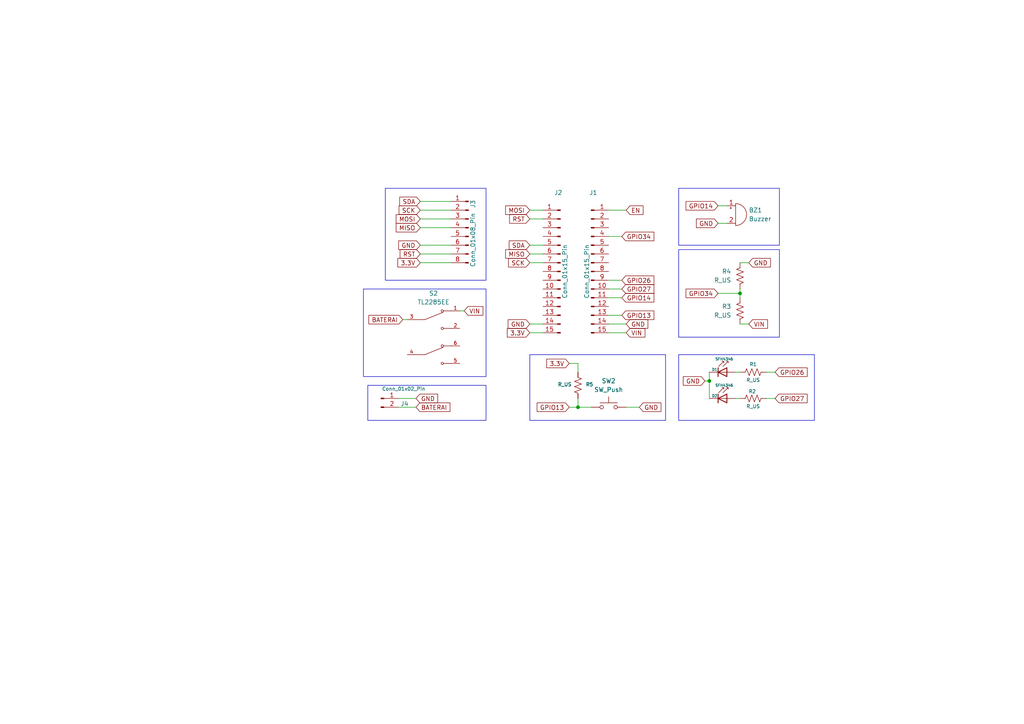
<source format=kicad_sch>
(kicad_sch (version 20231120) (generator "eeschema") (generator_version "8.0")
  (paper "A4")
  (lib_symbols
    (symbol "Connector:Conn_01x02_Pin" (pin_names (offset 1.016) hide)
      (property "Reference" "J" (at 0 2.54 0))
      (property "Value" "Conn_01x02_Pin" (at 0 -5.08 0))
      (symbol "Conn_01x02_Pin_1_1"
        (polyline (pts (xy 1.27 -2.54) (xy 0.8636 -2.54)) (stroke (width 0.1524)))
        (polyline (pts (xy 1.27 0) (xy 0.8636 0)) (stroke (width 0.1524)))
        (rectangle (start 0.8636 -2.413) (end 0 -2.667) (stroke (width 0.1524)) (fill (type outline)))
        (rectangle (start 0.8636 0.127) (end 0 -0.127) (stroke (width 0.1524)) (fill (type outline)))
        (pin passive line (at 5.08 0 180) (length 3.81) (name "Pin_1") (number "1"))
        (pin passive line (at 5.08 -2.54 180) (length 3.81) (name "Pin_2") (number "2"))
      )
    )
    (symbol "Connector:Conn_01x08_Pin" (pin_names (offset 1.016) hide)
      (property "Reference" "J" (at 0 10.16 0))
      (property "Value" "Conn_01x08_Pin" (at 0 -12.7 0))
      (symbol "Conn_01x08_Pin_1_1"
        (polyline (pts (xy 1.27 -10.16) (xy 0.8636 -10.16)) (stroke (width 0.1524)))
        (polyline (pts (xy 1.27 -7.62) (xy 0.8636 -7.62)) (stroke (width 0.1524)))
        (polyline (pts (xy 1.27 -5.08) (xy 0.8636 -5.08)) (stroke (width 0.1524)))
        (polyline (pts (xy 1.27 -2.54) (xy 0.8636 -2.54)) (stroke (width 0.1524)))
        (polyline (pts (xy 1.27 0) (xy 0.8636 0)) (stroke (width 0.1524)))
        (polyline (pts (xy 1.27 2.54) (xy 0.8636 2.54)) (stroke (width 0.1524)))
        (polyline (pts (xy 1.27 5.08) (xy 0.8636 5.08)) (stroke (width 0.1524)))
        (polyline (pts (xy 1.27 7.62) (xy 0.8636 7.62)) (stroke (width 0.1524)))
        (rectangle (start 0.8636 -10.033) (end 0 -10.287) (stroke (width 0.1524)) (fill (type outline)))
        (rectangle (start 0.8636 -7.493) (end 0 -7.747) (stroke (width 0.1524)) (fill (type outline)))
        (rectangle (start 0.8636 -4.953) (end 0 -5.207) (stroke (width 0.1524)) (fill (type outline)))
        (rectangle (start 0.8636 -2.413) (end 0 -2.667) (stroke (width 0.1524)) (fill (type outline)))
        (rectangle (start 0.8636 0.127) (end 0 -0.127) (stroke (width 0.1524)) (fill (type outline)))
        (rectangle (start 0.8636 2.667) (end 0 2.413) (stroke (width 0.1524)) (fill (type outline)))
        (rectangle (start 0.8636 5.207) (end 0 4.953) (stroke (width 0.1524)) (fill (type outline)))
        (rectangle (start 0.8636 7.747) (end 0 7.493) (stroke (width 0.1524)) (fill (type outline)))
        (pin passive line (at 5.08 7.62 180) (length 3.81) (name "Pin_1") (number "1"))
        (pin passive line (at 5.08 5.08 180) (length 3.81) (name "Pin_2") (number "2"))
        (pin passive line (at 5.08 2.54 180) (length 3.81) (name "Pin_3") (number "3"))
        (pin passive line (at 5.08 0 180) (length 3.81) (name "Pin_4") (number "4"))
        (pin passive line (at 5.08 -2.54 180) (length 3.81) (name "Pin_5") (number "5"))
        (pin passive line (at 5.08 -5.08 180) (length 3.81) (name "Pin_6") (number "6"))
        (pin passive line (at 5.08 -7.62 180) (length 3.81) (name "Pin_7") (number "7"))
        (pin passive line (at 5.08 -10.16 180) (length 3.81) (name "Pin_8") (number "8"))
      )
    )
    (symbol "Connector:Conn_01x15_Pin" (pin_names (offset 1.016) hide)
      (property "Reference" "J" (at 0 20.32 0))
      (property "Value" "Conn_01x15_Pin" (at 0 -20.32 0))
      (symbol "Conn_01x15_Pin_1_1"
        (polyline (pts (xy 1.27 -17.78) (xy 0.8636 -17.78)) (stroke (width 0.1524)))
        (polyline (pts (xy 1.27 -15.24) (xy 0.8636 -15.24)) (stroke (width 0.1524)))
        (polyline (pts (xy 1.27 -12.7) (xy 0.8636 -12.7)) (stroke (width 0.1524)))
        (polyline (pts (xy 1.27 -10.16) (xy 0.8636 -10.16)) (stroke (width 0.1524)))
        (polyline (pts (xy 1.27 -7.62) (xy 0.8636 -7.62)) (stroke (width 0.1524)))
        (polyline (pts (xy 1.27 -5.08) (xy 0.8636 -5.08)) (stroke (width 0.1524)))
        (polyline (pts (xy 1.27 -2.54) (xy 0.8636 -2.54)) (stroke (width 0.1524)))
        (polyline (pts (xy 1.27 0) (xy 0.8636 0)) (stroke (width 0.1524)))
        (polyline (pts (xy 1.27 2.54) (xy 0.8636 2.54)) (stroke (width 0.1524)))
        (polyline (pts (xy 1.27 5.08) (xy 0.8636 5.08)) (stroke (width 0.1524)))
        (polyline (pts (xy 1.27 7.62) (xy 0.8636 7.62)) (stroke (width 0.1524)))
        (polyline (pts (xy 1.27 10.16) (xy 0.8636 10.16)) (stroke (width 0.1524)))
        (polyline (pts (xy 1.27 12.7) (xy 0.8636 12.7)) (stroke (width 0.1524)))
        (polyline (pts (xy 1.27 15.24) (xy 0.8636 15.24)) (stroke (width 0.1524)))
        (polyline (pts (xy 1.27 17.78) (xy 0.8636 17.78)) (stroke (width 0.1524)))
        (rectangle (start 0.8636 -17.653) (end 0 -17.907) (stroke (width 0.1524)) (fill (type outline)))
        (rectangle (start 0.8636 -15.113) (end 0 -15.367) (stroke (width 0.1524)) (fill (type outline)))
        (rectangle (start 0.8636 -12.573) (end 0 -12.827) (stroke (width 0.1524)) (fill (type outline)))
        (rectangle (start 0.8636 -10.033) (end 0 -10.287) (stroke (width 0.1524)) (fill (type outline)))
        (rectangle (start 0.8636 -7.493) (end 0 -7.747) (stroke (width 0.1524)) (fill (type outline)))
        (rectangle (start 0.8636 -4.953) (end 0 -5.207) (stroke (width 0.1524)) (fill (type outline)))
        (rectangle (start 0.8636 -2.413) (end 0 -2.667) (stroke (width 0.1524)) (fill (type outline)))
        (rectangle (start 0.8636 0.127) (end 0 -0.127) (stroke (width 0.1524)) (fill (type outline)))
        (rectangle (start 0.8636 2.667) (end 0 2.413) (stroke (width 0.1524)) (fill (type outline)))
        (rectangle (start 0.8636 5.207) (end 0 4.953) (stroke (width 0.1524)) (fill (type outline)))
        (rectangle (start 0.8636 7.747) (end 0 7.493) (stroke (width 0.1524)) (fill (type outline)))
        (rectangle (start 0.8636 10.287) (end 0 10.033) (stroke (width 0.1524)) (fill (type outline)))
        (rectangle (start 0.8636 12.827) (end 0 12.573) (stroke (width 0.1524)) (fill (type outline)))
        (rectangle (start 0.8636 15.367) (end 0 15.113) (stroke (width 0.1524)) (fill (type outline)))
        (rectangle (start 0.8636 17.907) (end 0 17.653) (stroke (width 0.1524)) (fill (type outline)))
        (pin passive line (at 5.08 17.78 180) (length 3.81) (name "Pin_1") (number "1"))
        (pin passive line (at 5.08 -5.08 180) (length 3.81) (name "Pin_10") (number "10"))
        (pin passive line (at 5.08 -7.62 180) (length 3.81) (name "Pin_11") (number "11"))
        (pin passive line (at 5.08 -10.16 180) (length 3.81) (name "Pin_12") (number "12"))
        (pin passive line (at 5.08 -12.7 180) (length 3.81) (name "Pin_13") (number "13"))
        (pin passive line (at 5.08 -15.24 180) (length 3.81) (name "Pin_14") (number "14"))
        (pin passive line (at 5.08 -17.78 180) (length 3.81) (name "Pin_15") (number "15"))
        (pin passive line (at 5.08 15.24 180) (length 3.81) (name "Pin_2") (number "2"))
        (pin passive line (at 5.08 12.7 180) (length 3.81) (name "Pin_3") (number "3"))
        (pin passive line (at 5.08 10.16 180) (length 3.81) (name "Pin_4") (number "4"))
        (pin passive line (at 5.08 7.62 180) (length 3.81) (name "Pin_5") (number "5"))
        (pin passive line (at 5.08 5.08 180) (length 3.81) (name "Pin_6") (number "6"))
        (pin passive line (at 5.08 2.54 180) (length 3.81) (name "Pin_7") (number "7"))
        (pin passive line (at 5.08 0 180) (length 3.81) (name "Pin_8") (number "8"))
        (pin passive line (at 5.08 -2.54 180) (length 3.81) (name "Pin_9") (number "9"))
      )
    )
    (symbol "Device:Buzzer" (pin_names (offset 0.0254) hide)
      (property "Reference" "BZ" (at 3.81 1.27 0))
      (property "Value" "Buzzer" (at 3.81 -1.27 0))
      (symbol "Buzzer_0_1"
        (arc (start 0 -3.175) (mid 3.1612 0) (end 0 3.175))
        (polyline (pts (xy -1.651 1.905) (xy -1.143 1.905)))
        (polyline (pts (xy -1.397 2.159) (xy -1.397 1.651)))
        (polyline (pts (xy 0 3.175) (xy 0 -3.175)))
      )
      (symbol "Buzzer_1_1"
        (pin passive line (at -2.54 2.54 0) (length 2.54) (name "+") (number "1"))
        (pin passive line (at -2.54 -2.54 0) (length 2.54) (name "-") (number "2"))
      )
    )
    (symbol "Device:R_US" (pin_numbers hide) (pin_names (offset 0))
      (property "Reference" "R" (at 2.54 0 90))
      (property "Value" "R_US" (at -2.54 0 90))
      (symbol "R_US_0_1"
        (polyline (pts (xy 0 -2.286) (xy 0 -2.54)))
        (polyline (pts (xy 0 2.286) (xy 0 2.54)))
        (polyline (pts (xy 0 -0.762) (xy 1.016 -1.143) (xy 0 -1.524) (xy -1.016 -1.905) (xy 0 -2.286)))
        (polyline (pts (xy 0 0.762) (xy 1.016 0.381) (xy 0 0) (xy -1.016 -0.381) (xy 0 -0.762)))
        (polyline (pts (xy 0 2.286) (xy 1.016 1.905) (xy 0 1.524) (xy -1.016 1.143) (xy 0 0.762)))
      )
      (symbol "R_US_1_1"
        (pin passive line (at 0 3.81 270) (length 1.27) (name "~") (number "1"))
        (pin passive line (at 0 -3.81 90) (length 1.27) (name "~") (number "2"))
      )
    )
    (symbol "LED:SFH4346" (pin_numbers hide) (pin_names (offset 1.016) hide)
      (property "Reference" "D" (at 0.508 1.778 0))
      (property "Value" "SFH4346" (at -1.016 -2.794 0))
      (symbol "SFH4346_0_1"
        (polyline (pts (xy -2.54 1.27) (xy -2.54 -1.27)) (stroke (width 0.254)))
        (polyline (pts (xy 0 0) (xy -2.54 0)))
        (polyline (pts (xy 0.381 3.175) (xy -0.127 3.175)))
        (polyline (pts (xy -1.143 1.651) (xy 0.381 3.175) (xy 0.381 2.667)))
        (polyline (pts (xy 0 1.27) (xy -2.54 0) (xy 0 -1.27) (xy 0 1.27)) (stroke (width 0.254)))
        (polyline (pts (xy -2.413 1.651) (xy -0.889 3.175) (xy -0.889 2.667) (xy -0.889 3.175) (xy -1.397 3.175)))
      )
      (symbol "SFH4346_1_1"
        (pin passive line (at -5.08 0 0) (length 2.54) (name "K") (number "1"))
        (pin passive line (at 2.54 0 180) (length 2.54) (name "A") (number "2"))
      )
    )
    (symbol "Switch:SW_Push" (pin_numbers hide) (pin_names (offset 1.016) hide)
      (property "Reference" "SW" (at 1.27 2.54 0))
      (property "Value" "SW_Push" (at 0 -1.524 0))
      (symbol "SW_Push_0_1"
        (circle (center -2.032 0) (radius 0.508))
        (polyline (pts (xy 0 1.27) (xy 0 3.048)))
        (polyline (pts (xy 2.54 1.27) (xy -2.54 1.27)))
        (circle (center 2.032 0) (radius 0.508))
        (pin passive line (at -5.08 0 0) (length 2.54) (name "1") (number "1"))
        (pin passive line (at 5.08 0 180) (length 2.54) (name "2") (number "2"))
      )
    )
    (symbol "TL2285EE:TL2285EE" (pin_names (offset 1.016))
      (property "Reference" "S" (at -2.54 10.16 0))
      (property "Value" "TL2285EE" (at -2.54 -10.16 0))
      (symbol "TL2285EE_0_0"
        (polyline (pts (xy -2.54 -5.08) (xy -5.08 -5.08)) (stroke (width 0.1524)))
        (polyline (pts (xy -2.54 -5.08) (xy 2.794 -2.9464)) (stroke (width 0.1524)))
        (polyline (pts (xy -2.54 5.08) (xy -5.08 5.08)) (stroke (width 0.1524)))
        (polyline (pts (xy -2.54 5.08) (xy 2.794 7.2136)) (stroke (width 0.1524)))
        (polyline (pts (xy 5.08 -7.62) (xy 2.921 -7.62)) (stroke (width 0.1524)))
        (polyline (pts (xy 5.08 -2.54) (xy 2.921 -2.54)) (stroke (width 0.1524)))
        (polyline (pts (xy 5.08 2.54) (xy 2.921 2.54)) (stroke (width 0.1524)))
        (polyline (pts (xy 5.08 7.62) (xy 2.921 7.62)) (stroke (width 0.1524)))
        (circle (center 2.54 -7.62) (radius 0.3302) (stroke (width 0.1524)))
        (circle (center 2.54 -2.54) (radius 0.3302) (stroke (width 0.1524)))
        (circle (center 2.54 2.54) (radius 0.3302) (stroke (width 0.1524)))
        (circle (center 2.54 7.62) (radius 0.3302) (stroke (width 0.1524)))
        (pin passive line (at 7.62 7.62 180) (length 2.54) (name "~") (number "1"))
        (pin passive line (at 7.62 2.54 180) (length 2.54) (name "~") (number "2"))
        (pin passive line (at -7.62 5.08 0) (length 2.54) (name "~") (number "3"))
        (pin passive line (at -7.62 -5.08 0) (length 2.54) (name "~") (number "4"))
        (pin passive line (at 7.62 -7.62 180) (length 2.54) (name "~") (number "5"))
        (pin passive line (at 7.62 -2.54 180) (length 2.54) (name "~") (number "6"))
      )
    )
  )
  (junction (at 167.64 118.11))
  (junction (at 214.63 85.09))
  (junction (at 205.74 110.49))
  (wire (pts (xy 176.53 68.58) (xy 180.34 68.58)))
  (wire (pts (xy 130.81 58.42) (xy 121.92 58.42)))
  (wire (pts (xy 153.67 93.98) (xy 157.48 93.98)))
  (wire (pts (xy 217.17 76.2) (xy 214.63 76.2)))
  (wire (pts (xy 165.1 118.11) (xy 167.64 118.11)))
  (wire (pts (xy 213.36 115.57) (xy 214.63 115.57)))
  (wire (pts (xy 181.61 118.11) (xy 185.42 118.11)))
  (wire (pts (xy 115.57 118.11) (xy 120.65 118.11)))
  (wire (pts (xy 167.64 118.11) (xy 171.45 118.11)))
  (wire (pts (xy 176.53 96.52) (xy 181.61 96.52)))
  (wire (pts (xy 130.81 76.2) (xy 121.92 76.2)))
  (wire (pts (xy 130.81 71.12) (xy 121.92 71.12)))
  (wire (pts (xy 116.84 92.71) (xy 118.11 92.71)))
  (wire (pts (xy 130.81 63.5) (xy 121.92 63.5)))
  (wire (pts (xy 153.67 60.96) (xy 157.48 60.96)))
  (wire (pts (xy 222.25 115.57) (xy 224.79 115.57)))
  (wire (pts (xy 176.53 93.98) (xy 181.61 93.98)))
  (wire (pts (xy 176.53 60.96) (xy 181.61 60.96)))
  (wire (pts (xy 165.1 105.41) (xy 167.64 105.41)))
  (wire (pts (xy 214.63 83.82) (xy 214.63 85.09)))
  (wire (pts (xy 115.57 115.57) (xy 120.65 115.57)))
  (wire (pts (xy 133.35 90.17) (xy 134.62 90.17)))
  (wire (pts (xy 214.63 85.09) (xy 214.63 86.36)))
  (wire (pts (xy 176.53 83.82) (xy 180.34 83.82)))
  (wire (pts (xy 208.28 64.77) (xy 210.82 64.77)))
  (wire (pts (xy 176.53 91.44) (xy 180.34 91.44)))
  (wire (pts (xy 213.36 107.95) (xy 214.63 107.95)))
  (wire (pts (xy 205.74 110.49) (xy 205.74 115.57)))
  (wire (pts (xy 153.67 73.66) (xy 157.48 73.66)))
  (wire (pts (xy 205.74 107.95) (xy 205.74 110.49)))
  (wire (pts (xy 217.17 93.98) (xy 214.63 93.98)))
  (wire (pts (xy 153.67 63.5) (xy 157.48 63.5)))
  (wire (pts (xy 214.63 85.09) (xy 208.28 85.09)))
  (wire (pts (xy 222.25 107.95) (xy 224.79 107.95)))
  (wire (pts (xy 167.64 115.57) (xy 167.64 118.11)))
  (wire (pts (xy 208.28 59.69) (xy 210.82 59.69)))
  (wire (pts (xy 153.67 76.2) (xy 157.48 76.2)))
  (wire (pts (xy 130.81 66.04) (xy 121.92 66.04)))
  (wire (pts (xy 176.53 81.28) (xy 180.34 81.28)))
  (wire (pts (xy 204.47 110.49) (xy 205.74 110.49)))
  (wire (pts (xy 153.67 96.52) (xy 157.48 96.52)))
  (wire (pts (xy 130.81 60.96) (xy 121.92 60.96)))
  (wire (pts (xy 130.81 73.66) (xy 121.92 73.66)))
  (wire (pts (xy 153.67 71.12) (xy 157.48 71.12)))
  (wire (pts (xy 167.64 105.41) (xy 167.64 107.95)))
  (wire (pts (xy 176.53 86.36) (xy 180.34 86.36)))
  (text_box "" (at 106.68 111.76 0) (size 34.29 10.16) (effects (font (size 1.27 1.27)) (justify left top)))
  (text_box "" (at 153.67 102.87 0) (size 39.37 19.05) (effects (font (size 1.27 1.27)) (justify left top)))
  (text_box "" (at 196.85 102.87 0) (size 39.37 19.05) (effects (font (size 1.27 1.27)) (justify left top)))
  (text_box "" (at 111.76 54.61 0) (size 29.21 26.67) (effects (font (size 1.27 1.27)) (justify right top)))
  (text_box "" (at 196.85 54.61 0) (size 29.21 16.51) (effects (font (size 1.27 1.27)) (justify left top)))
  (text_box "" (at 105.41 83.82 0) (size 35.56 25.4) (effects (font (size 1.27 1.27)) (justify left top)))
  (text_box "" (at 196.85 72.39 0) (size 29.21 25.4) (effects (font (size 1.27 1.27)) (justify left top)))
  (global_label "MOSI" (shape input) (at 121.92 63.5 180) (property "Intersheetrefs" "${INTERSHEET_REFS}" (effects (hide yes))))
  (global_label "GND" (shape input) (at 185.42 118.11 0) (property "Intersheetrefs" "${INTERSHEET_REFS}" (effects (hide yes))))
  (global_label "GND" (shape input) (at 121.92 71.12 180) (property "Intersheetrefs" "${INTERSHEET_REFS}" (effects (hide yes))))
  (global_label "GND" (shape input) (at 204.47 110.49 180) (property "Intersheetrefs" "${INTERSHEET_REFS}" (effects (hide yes))))
  (global_label "VIN" (shape input) (at 217.17 93.98 0) (property "Intersheetrefs" "${INTERSHEET_REFS}" (effects (hide yes))))
  (global_label "GPIO14" (shape input) (at 208.28 59.69 180) (property "Intersheetrefs" "${INTERSHEET_REFS}" (effects (hide yes))))
  (global_label "EN" (shape input) (at 181.61 60.96 0) (property "Intersheetrefs" "${INTERSHEET_REFS}" (effects (hide yes))))
  (global_label "BATERAI" (shape input) (at 120.65 118.11 0) (property "Intersheetrefs" "${INTERSHEET_REFS}" (effects (hide yes))))
  (global_label "GND" (shape input) (at 217.17 76.2 0) (property "Intersheetrefs" "${INTERSHEET_REFS}" (effects (hide yes))))
  (global_label "SDA" (shape input) (at 153.67 71.12 180) (property "Intersheetrefs" "${INTERSHEET_REFS}" (effects (hide yes))))
  (global_label "3.3V" (shape input) (at 121.92 76.2 180) (property "Intersheetrefs" "${INTERSHEET_REFS}" (effects (hide yes))))
  (global_label "MOSI" (shape input) (at 153.67 60.96 180) (property "Intersheetrefs" "${INTERSHEET_REFS}" (effects (hide yes))))
  (global_label "MISO" (shape input) (at 153.67 73.66 180) (property "Intersheetrefs" "${INTERSHEET_REFS}" (effects (hide yes))))
  (global_label "GPIO26" (shape input) (at 224.79 107.95 0) (property "Intersheetrefs" "${INTERSHEET_REFS}" (effects (hide yes))))
  (global_label "BATERAI" (shape input) (at 116.84 92.71 180) (property "Intersheetrefs" "${INTERSHEET_REFS}" (effects (hide yes))))
  (global_label "GPIO13" (shape input) (at 165.1 118.11 180) (property "Intersheetrefs" "${INTERSHEET_REFS}" (effects (hide yes))))
  (global_label "GPIO27" (shape input) (at 180.34 83.82 0) (property "Intersheetrefs" "${INTERSHEET_REFS}" (effects (hide yes))))
  (global_label "RST" (shape input) (at 121.92 73.66 180) (property "Intersheetrefs" "${INTERSHEET_REFS}" (effects (hide yes))))
  (global_label "VIN" (shape input) (at 134.62 90.17 0) (property "Intersheetrefs" "${INTERSHEET_REFS}" (effects (hide yes))))
  (global_label "GPIO34" (shape input) (at 208.28 85.09 180) (property "Intersheetrefs" "${INTERSHEET_REFS}" (effects (hide yes))))
  (global_label "SDA" (shape input) (at 121.92 58.42 180) (property "Intersheetrefs" "${INTERSHEET_REFS}" (effects (hide yes))))
  (global_label "3.3V" (shape input) (at 153.67 96.52 180) (property "Intersheetrefs" "${INTERSHEET_REFS}" (effects (hide yes))))
  (global_label "RST" (shape input) (at 153.67 63.5 180) (property "Intersheetrefs" "${INTERSHEET_REFS}" (effects (hide yes))))
  (global_label "SCK" (shape input) (at 121.92 60.96 180) (property "Intersheetrefs" "${INTERSHEET_REFS}" (effects (hide yes))))
  (global_label "GND" (shape input) (at 181.61 93.98 0) (property "Intersheetrefs" "${INTERSHEET_REFS}" (effects (hide yes))))
  (global_label "GPIO27" (shape input) (at 224.79 115.57 0) (property "Intersheetrefs" "${INTERSHEET_REFS}" (effects (hide yes))))
  (global_label "GPIO13" (shape input) (at 180.34 91.44 0) (property "Intersheetrefs" "${INTERSHEET_REFS}" (effects (hide yes))))
  (global_label "SCK" (shape input) (at 153.67 76.2 180) (property "Intersheetrefs" "${INTERSHEET_REFS}" (effects (hide yes))))
  (global_label "GPIO34" (shape input) (at 180.34 68.58 0) (property "Intersheetrefs" "${INTERSHEET_REFS}" (effects (hide yes))))
  (global_label "GND" (shape input) (at 120.65 115.57 0) (property "Intersheetrefs" "${INTERSHEET_REFS}" (effects (hide yes))))
  (global_label "GPIO14" (shape input) (at 180.34 86.36 0) (property "Intersheetrefs" "${INTERSHEET_REFS}" (effects (hide yes))))
  (global_label "VIN" (shape input) (at 181.61 96.52 0) (property "Intersheetrefs" "${INTERSHEET_REFS}" (effects (hide yes))))
  (global_label "GND" (shape input) (at 153.67 93.98 180) (property "Intersheetrefs" "${INTERSHEET_REFS}" (effects (hide yes))))
  (global_label "3.3V" (shape input) (at 165.1 105.41 180) (property "Intersheetrefs" "${INTERSHEET_REFS}" (effects (hide yes))))
  (global_label "MISO" (shape input) (at 121.92 66.04 180) (property "Intersheetrefs" "${INTERSHEET_REFS}" (effects (hide yes))))
  (global_label "GPIO26" (shape input) (at 180.34 81.28 0) (property "Intersheetrefs" "${INTERSHEET_REFS}" (effects (hide yes))))
  (global_label "GND" (shape input) (at 208.28 64.77 180) (property "Intersheetrefs" "${INTERSHEET_REFS}" (effects (hide yes))))
  (symbol (lib_id "Device:R_US") (at 214.63 90.17 0) (mirror y) (unit 1)
    (property "Reference" "R3" (at 212.09 88.8999 0) (effects (justify left)))
    (property "Value" "R_US" (at 212.09 91.4399 0) (effects (justify left)))
    (property "Footprint" "Resistor_SMD:R_1206_3216Metric" (effects (hide yes)))
    (property "Description" "Resistor, US symbol" (effects (hide yes)))
  )
  (symbol (lib_id "LED:SFH4346") (at 210.82 115.57 0) (unit 1)
    (property "Reference" "D2" (at 207.264 114.808 0) (effects (font (size 0.762 0.762))))
    (property "Value" "SFH4346" (at 210.058 111.76 0) (effects (font (size 0.762 0.762))))
    (property "Footprint" "LED_THT:LED_D3.0mm_IRBlack" (effects (hide yes)))
    (property "Datasheet" "http://cdn-reichelt.de/documents/datenblatt/A500/SFH4346.pdf" (effects (hide yes)))
    (property "Description" "Infrared LED , 3mm LED package" (effects (hide yes)))
  )
  (symbol (lib_id "TL2285EE:TL2285EE") (at 125.73 97.79 0) (unit 1)
    (property "Reference" "S2" (at 125.73 85.09 0))
    (property "Value" "TL2285EE" (at 125.73 87.63 0))
    (property "Footprint" "TL2285EE:SW_TL2285EE" (effects (hide yes)))
    (property "MF" "E-Switch" (effects (hide yes)))
    (property "MAXIMUM_PACKAGE_HEIGHT" "13.5 mm" (effects (hide yes)))
    (property "Package" "None" (effects (hide yes)))
    (property "Price" "None" (effects (hide yes)))
    (property "Check_prices" "https://www.snapeda.com/parts/TL2285EE/E-Switch/view-part/?ref=eda" (effects (hide yes)))
    (property "STANDARD" "Manufacturer Recommendations" (effects (hide yes)))
    (property "PARTREV" "B" (effects (hide yes)))
    (property "SnapEDA_Link" "https://www.snapeda.com/parts/TL2285EE/E-Switch/view-part/?ref=snap" (effects (hide yes)))
    (property "MP" "TL2285EE" (effects (hide yes)))
    (property "Description_1" "\nPushbutton Switch DPDT Standard Through Hole\n" (effects (hide yes)))
    (property "MANUFACTURER" "E-Switch" (effects (hide yes)))
    (property "Availability" "In Stock" (effects (hide yes)))
    (property "SNAPEDA_PN" "TL2285OA" (effects (hide yes)))
  )
  (symbol (lib_id "Connector:Conn_01x15_Pin") (at 171.45 78.74 0) (unit 1)
    (property "Reference" "J1" (at 172.085 55.88 0))
    (property "Value" "Conn_01x15_Pin" (at 170.18 78.74 90))
    (property "Footprint" "Connector_PinHeader_2.54mm:PinHeader_1x15_P2.54mm_Vertical" (effects (hide yes)))
    (property "Description" "Generic connector, single row, 01x15, script generated" (effects (hide yes)))
  )
  (symbol (lib_id "Device:R_US") (at 214.63 80.01 0) (mirror y) (unit 1)
    (property "Reference" "R4" (at 212.09 78.7399 0) (effects (justify left)))
    (property "Value" "R_US" (at 212.09 81.2799 0) (effects (justify left)))
    (property "Footprint" "Resistor_SMD:R_1206_3216Metric" (effects (hide yes)))
    (property "Description" "Resistor, US symbol" (effects (hide yes)))
  )
  (symbol (lib_id "Connector:Conn_01x15_Pin") (at 162.56 78.74 0) (mirror y) (unit 1)
    (property "Reference" "J2" (at 161.925 55.88 0))
    (property "Value" "Conn_01x15_Pin" (at 163.83 78.74 90))
    (property "Footprint" "Connector_PinHeader_2.54mm:PinHeader_1x15_P2.54mm_Vertical" (effects (hide yes)))
    (property "Description" "Generic connector, single row, 01x15, script generated" (effects (hide yes)))
  )
  (symbol (lib_id "Connector:Conn_01x02_Pin") (at 110.49 115.57 0) (unit 1)
    (property "Reference" "J4" (at 117.348 117.094 0))
    (property "Value" "Conn_01x02_Pin" (at 117.094 112.776 0) (effects (font (size 1.016 1.016))))
    (property "Footprint" "Connector_JST:JST_EH_B2B-EH-A_1x02_P2.50mm_Vertical" (effects (hide yes)))
    (property "Description" "Generic connector, single row, 01x02, script generated" (effects (hide yes)))
  )
  (symbol (lib_id "Switch:SW_Push") (at 176.53 118.11 0) (unit 1)
    (property "Reference" "SW2" (at 176.53 110.49 0))
    (property "Value" "SW_Push" (at 176.53 113.03 0))
    (property "Footprint" "Button_Switch_THT:SW_PUSH_6mm" (effects (hide yes)))
    (property "Description" "Push button switch, generic, two pins" (effects (hide yes)))
  )
  (symbol (lib_id "Device:R_US") (at 218.44 115.57 90) (unit 1)
    (property "Reference" "R2" (at 218.186 113.538 90) (effects (font (size 1.016 1.016))))
    (property "Value" "R_US" (at 218.44 117.856 90) (effects (font (size 1.016 1.016))))
    (property "Footprint" "Resistor_SMD:R_1206_3216Metric" (effects (hide yes)))
    (property "Description" "Resistor, US symbol" (effects (hide yes)))
  )
  (symbol (lib_id "Device:Buzzer") (at 213.36 62.23 0) (unit 1)
    (property "Reference" "BZ1" (at 217.17 60.9599 0) (effects (justify left)))
    (property "Value" "Buzzer" (at 217.17 63.4999 0) (effects (justify left)))
    (property "Footprint" "Buzzer_Beeper:PUIAudio_SMT_0825_S_4_R" (effects (hide yes)))
    (property "Description" "Buzzer, polarized" (effects (hide yes)))
  )
  (symbol (lib_id "LED:SFH4346") (at 210.82 107.95 0) (unit 1)
    (property "Reference" "D1" (at 207.264 107.188 0) (effects (font (size 0.762 0.762))))
    (property "Value" "SFH4346" (at 210.058 104.14 0) (effects (font (size 0.762 0.762))))
    (property "Footprint" "LED_THT:LED_D3.0mm_IRBlack" (effects (hide yes)))
    (property "Datasheet" "http://cdn-reichelt.de/documents/datenblatt/A500/SFH4346.pdf" (effects (hide yes)))
    (property "Description" "Infrared LED , 3mm LED package" (effects (hide yes)))
  )
  (symbol (lib_id "Connector:Conn_01x08_Pin") (at 135.89 66.04 0) (mirror y) (unit 1)
    (property "Reference" "J3" (at 137.16 59.182 90))
    (property "Value" "Conn_01x08_Pin" (at 137.16 69.596 90))
    (property "Footprint" "Connector_PinHeader_2.54mm:PinHeader_1x08_P2.54mm_Vertical" (effects (hide yes)))
    (property "Description" "Generic connector, single row, 01x08, script generated" (effects (hide yes)))
  )
  (symbol (lib_id "Device:R_US") (at 218.44 107.95 90) (unit 1)
    (property "Reference" "R1" (at 218.44 105.664 90) (effects (font (size 1.016 1.016))))
    (property "Value" "R_US" (at 218.44 110.236 90) (effects (font (size 1.016 1.016))))
    (property "Footprint" "Resistor_SMD:R_1206_3216Metric" (effects (hide yes)))
    (property "Description" "Resistor, US symbol" (effects (hide yes)))
  )
  (symbol (lib_id "Device:R_US") (at 167.64 111.76 0) (unit 1)
    (property "Reference" "R5" (at 169.926 111.506 0) (effects (font (size 1.016 1.016)) (justify left)))
    (property "Value" "R_US" (at 161.798 111.506 0) (effects (font (size 1.016 1.016)) (justify left)))
    (property "Footprint" "Resistor_SMD:R_1206_3216Metric" (effects (hide yes)))
    (property "Description" "Resistor, US symbol" (effects (hide yes)))
  )
)
</source>
